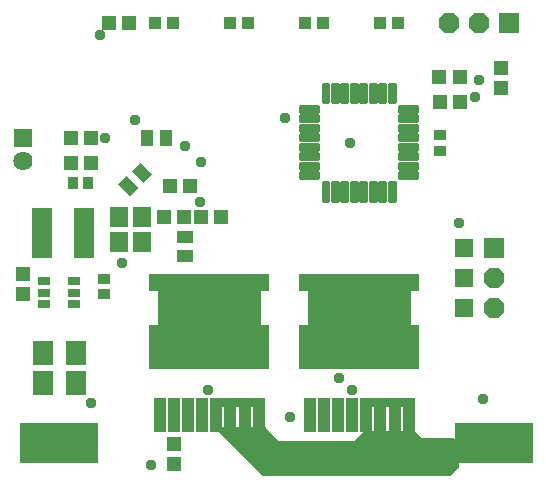
<source format=gbr>
G04 EAGLE Gerber RS-274X export*
G75*
%MOMM*%
%FSLAX34Y34*%
%LPD*%
%INSoldermask Top*%
%IPPOS*%
%AMOC8*
5,1,8,0,0,1.08239X$1,22.5*%
G01*
%ADD10R,6.654800X3.454400*%
%ADD11R,1.103200X0.903200*%
%ADD12R,1.803200X2.003200*%
%ADD13R,0.903200X1.103200*%
%ADD14R,1.503200X1.703200*%
%ADD15R,1.003200X1.403200*%
%ADD16R,1.727200X1.727200*%
%ADD17P,1.869504X8X202.500000*%
%ADD18R,1.625600X1.625600*%
%ADD19C,1.625600*%
%ADD20R,1.003200X1.003200*%
%ADD21R,1.203200X1.303200*%
%ADD22R,1.303200X1.203200*%
%ADD23R,1.503200X1.503200*%
%ADD24C,0.338938*%
%ADD25R,1.701800X4.191000*%
%ADD26R,1.099300X0.720400*%
%ADD27R,1.003200X3.003200*%
%ADD28R,0.330200X0.330200*%
%ADD29P,1.869504X8X292.500000*%
%ADD30R,1.403200X1.003200*%
%ADD31C,0.959600*%

G36*
X355302Y100675D02*
X355302Y100675D01*
X355304Y100674D01*
X355347Y100694D01*
X355391Y100712D01*
X355391Y100714D01*
X355393Y100715D01*
X355426Y100800D01*
X355426Y137800D01*
X355425Y137802D01*
X355426Y137804D01*
X355406Y137847D01*
X355388Y137891D01*
X355386Y137891D01*
X355385Y137893D01*
X355300Y137926D01*
X348426Y137926D01*
X348426Y166674D01*
X355346Y166674D01*
X355348Y166675D01*
X355350Y166674D01*
X355393Y166694D01*
X355437Y166712D01*
X355438Y166714D01*
X355440Y166715D01*
X355472Y166800D01*
X355426Y180800D01*
X355425Y180802D01*
X355426Y180804D01*
X355406Y180848D01*
X355388Y180891D01*
X355386Y180892D01*
X355385Y180893D01*
X355300Y180926D01*
X254300Y180926D01*
X254298Y180925D01*
X254296Y180926D01*
X254253Y180906D01*
X254209Y180888D01*
X254209Y180886D01*
X254207Y180885D01*
X254174Y180800D01*
X254174Y166800D01*
X254175Y166798D01*
X254174Y166796D01*
X254194Y166753D01*
X254212Y166709D01*
X254214Y166709D01*
X254215Y166707D01*
X254300Y166674D01*
X261174Y166674D01*
X261174Y137926D01*
X254300Y137926D01*
X254298Y137925D01*
X254296Y137926D01*
X254253Y137906D01*
X254209Y137888D01*
X254209Y137886D01*
X254207Y137885D01*
X254174Y137800D01*
X254174Y100800D01*
X254175Y100798D01*
X254174Y100796D01*
X254194Y100753D01*
X254212Y100709D01*
X254214Y100709D01*
X254215Y100707D01*
X254300Y100674D01*
X355300Y100674D01*
X355302Y100675D01*
G37*
G36*
X228302Y100675D02*
X228302Y100675D01*
X228304Y100674D01*
X228347Y100694D01*
X228391Y100712D01*
X228391Y100714D01*
X228393Y100715D01*
X228426Y100800D01*
X228426Y137800D01*
X228425Y137802D01*
X228426Y137804D01*
X228406Y137847D01*
X228388Y137891D01*
X228386Y137891D01*
X228385Y137893D01*
X228300Y137926D01*
X221426Y137926D01*
X221426Y166674D01*
X228346Y166674D01*
X228348Y166675D01*
X228350Y166674D01*
X228393Y166694D01*
X228437Y166712D01*
X228438Y166714D01*
X228440Y166715D01*
X228472Y166800D01*
X228426Y180800D01*
X228425Y180802D01*
X228426Y180804D01*
X228406Y180848D01*
X228388Y180891D01*
X228386Y180892D01*
X228385Y180893D01*
X228300Y180926D01*
X127300Y180926D01*
X127298Y180925D01*
X127296Y180926D01*
X127253Y180906D01*
X127209Y180888D01*
X127209Y180886D01*
X127207Y180885D01*
X127174Y180800D01*
X127174Y166800D01*
X127175Y166798D01*
X127174Y166796D01*
X127194Y166753D01*
X127212Y166709D01*
X127214Y166709D01*
X127215Y166707D01*
X127300Y166674D01*
X134174Y166674D01*
X134174Y137926D01*
X127300Y137926D01*
X127298Y137925D01*
X127296Y137926D01*
X127253Y137906D01*
X127209Y137888D01*
X127209Y137886D01*
X127207Y137885D01*
X127174Y137800D01*
X127174Y100800D01*
X127175Y100798D01*
X127174Y100796D01*
X127194Y100753D01*
X127212Y100709D01*
X127214Y100709D01*
X127215Y100707D01*
X127300Y100674D01*
X228300Y100674D01*
X228302Y100675D01*
G37*
G36*
X381164Y9475D02*
X381164Y9475D01*
X381328Y9482D01*
X381388Y9495D01*
X381449Y9501D01*
X381607Y9544D01*
X381768Y9580D01*
X381824Y9603D01*
X381883Y9619D01*
X382031Y9690D01*
X382183Y9753D01*
X382235Y9786D01*
X382290Y9813D01*
X382423Y9908D01*
X382561Y9998D01*
X382619Y10049D01*
X382656Y10075D01*
X382698Y10118D01*
X382796Y10204D01*
X388796Y16204D01*
X388901Y16331D01*
X389013Y16452D01*
X389045Y16503D01*
X389084Y16550D01*
X389166Y16693D01*
X389254Y16831D01*
X389278Y16888D01*
X389308Y16941D01*
X389363Y17096D01*
X389425Y17248D01*
X389438Y17308D01*
X389459Y17365D01*
X389485Y17527D01*
X389520Y17688D01*
X389525Y17765D01*
X389532Y17809D01*
X389531Y17870D01*
X389539Y18000D01*
X389539Y37000D01*
X389525Y37164D01*
X389518Y37328D01*
X389505Y37388D01*
X389499Y37449D01*
X389456Y37607D01*
X389420Y37768D01*
X389397Y37824D01*
X389381Y37883D01*
X389310Y38031D01*
X389247Y38183D01*
X389214Y38235D01*
X389187Y38290D01*
X389092Y38423D01*
X389002Y38561D01*
X388951Y38619D01*
X388925Y38656D01*
X388882Y38698D01*
X388796Y38796D01*
X386796Y40796D01*
X386669Y40901D01*
X386548Y41013D01*
X386497Y41045D01*
X386450Y41084D01*
X386307Y41166D01*
X386169Y41254D01*
X386112Y41278D01*
X386059Y41308D01*
X385904Y41363D01*
X385752Y41425D01*
X385692Y41438D01*
X385635Y41459D01*
X385473Y41485D01*
X385312Y41520D01*
X385235Y41525D01*
X385191Y41532D01*
X385130Y41531D01*
X385000Y41539D01*
X358052Y41539D01*
X352796Y46796D01*
X352669Y46901D01*
X352548Y47013D01*
X352497Y47045D01*
X352450Y47084D01*
X352307Y47166D01*
X352169Y47254D01*
X352112Y47278D01*
X352059Y47308D01*
X351904Y47363D01*
X351752Y47425D01*
X351692Y47438D01*
X351635Y47459D01*
X351473Y47485D01*
X351312Y47520D01*
X351235Y47525D01*
X351191Y47532D01*
X351130Y47531D01*
X351000Y47539D01*
X313052Y47539D01*
X312796Y47796D01*
X312769Y47818D01*
X312746Y47844D01*
X312597Y47961D01*
X312450Y48084D01*
X312420Y48102D01*
X312393Y48123D01*
X312225Y48213D01*
X312059Y48308D01*
X312027Y48319D01*
X311996Y48336D01*
X311815Y48395D01*
X311635Y48459D01*
X311601Y48464D01*
X311568Y48475D01*
X311379Y48501D01*
X311191Y48532D01*
X311156Y48532D01*
X311122Y48536D01*
X310931Y48529D01*
X310740Y48526D01*
X310706Y48519D01*
X310672Y48518D01*
X310486Y48477D01*
X310298Y48440D01*
X310266Y48428D01*
X310232Y48420D01*
X310056Y48347D01*
X309878Y48278D01*
X309849Y48260D01*
X309817Y48247D01*
X309657Y48143D01*
X309494Y48044D01*
X309468Y48021D01*
X309439Y48002D01*
X309204Y47796D01*
X300948Y39539D01*
X237052Y39539D01*
X225796Y50796D01*
X225669Y50901D01*
X225548Y51013D01*
X225497Y51045D01*
X225450Y51084D01*
X225307Y51166D01*
X225169Y51254D01*
X225112Y51278D01*
X225059Y51308D01*
X224904Y51363D01*
X224752Y51425D01*
X224692Y51438D01*
X224635Y51459D01*
X224473Y51485D01*
X224312Y51520D01*
X224235Y51525D01*
X224191Y51532D01*
X224130Y51531D01*
X224000Y51539D01*
X187000Y51539D01*
X186871Y51528D01*
X186740Y51526D01*
X186647Y51508D01*
X186552Y51499D01*
X186426Y51465D01*
X186298Y51440D01*
X186209Y51406D01*
X186117Y51381D01*
X186000Y51325D01*
X185878Y51278D01*
X185797Y51228D01*
X185711Y51187D01*
X185605Y51112D01*
X185494Y51044D01*
X185422Y50981D01*
X185344Y50925D01*
X185254Y50832D01*
X185156Y50746D01*
X185097Y50671D01*
X185030Y50603D01*
X184957Y50495D01*
X184877Y50393D01*
X184832Y50309D01*
X184778Y50230D01*
X184726Y50111D01*
X184664Y49996D01*
X184635Y49905D01*
X184596Y49818D01*
X184565Y49691D01*
X184525Y49568D01*
X184512Y49473D01*
X184489Y49380D01*
X184481Y49251D01*
X184464Y49122D01*
X184468Y49026D01*
X184462Y48931D01*
X184477Y48802D01*
X184482Y48672D01*
X184503Y48579D01*
X184514Y48484D01*
X184551Y48359D01*
X184580Y48232D01*
X184616Y48144D01*
X184644Y48053D01*
X184703Y47937D01*
X184753Y47817D01*
X184805Y47736D01*
X184848Y47651D01*
X184927Y47548D01*
X184998Y47439D01*
X185084Y47341D01*
X185120Y47293D01*
X185153Y47262D01*
X185204Y47204D01*
X222204Y10204D01*
X222331Y10099D01*
X222452Y9988D01*
X222503Y9955D01*
X222550Y9916D01*
X222693Y9834D01*
X222831Y9746D01*
X222888Y9722D01*
X222941Y9692D01*
X223096Y9637D01*
X223248Y9575D01*
X223308Y9562D01*
X223365Y9541D01*
X223527Y9515D01*
X223688Y9480D01*
X223765Y9475D01*
X223809Y9468D01*
X223870Y9469D01*
X224000Y9461D01*
X381000Y9461D01*
X381164Y9475D01*
G37*
G36*
X350802Y68509D02*
X350802Y68509D01*
X350804Y68508D01*
X350847Y68528D01*
X350891Y68546D01*
X350891Y68548D01*
X350893Y68549D01*
X350926Y68634D01*
X350926Y75800D01*
X350925Y75802D01*
X350926Y75804D01*
X350906Y75847D01*
X350888Y75891D01*
X350886Y75891D01*
X350885Y75893D01*
X350800Y75926D01*
X306800Y75926D01*
X306798Y75925D01*
X306796Y75926D01*
X306753Y75906D01*
X306709Y75888D01*
X306709Y75886D01*
X306707Y75885D01*
X306674Y75800D01*
X306674Y68634D01*
X306675Y68632D01*
X306674Y68630D01*
X306694Y68587D01*
X306712Y68543D01*
X306714Y68543D01*
X306715Y68541D01*
X306800Y68508D01*
X350800Y68508D01*
X350802Y68509D01*
G37*
G36*
X223802Y68509D02*
X223802Y68509D01*
X223804Y68508D01*
X223847Y68528D01*
X223891Y68546D01*
X223891Y68548D01*
X223893Y68549D01*
X223926Y68634D01*
X223926Y75800D01*
X223925Y75802D01*
X223926Y75804D01*
X223906Y75847D01*
X223888Y75891D01*
X223886Y75891D01*
X223885Y75893D01*
X223800Y75926D01*
X179800Y75926D01*
X179798Y75925D01*
X179796Y75926D01*
X179753Y75906D01*
X179709Y75888D01*
X179709Y75886D01*
X179707Y75885D01*
X179674Y75800D01*
X179674Y68634D01*
X179675Y68632D01*
X179674Y68630D01*
X179694Y68587D01*
X179712Y68543D01*
X179714Y68543D01*
X179715Y68541D01*
X179800Y68508D01*
X223800Y68508D01*
X223802Y68509D01*
G37*
D10*
X50800Y38100D03*
D11*
X88900Y163500D03*
X88900Y176500D03*
D12*
X64800Y88900D03*
X36800Y88900D03*
X64800Y114300D03*
X36800Y114300D03*
D13*
X75400Y257900D03*
X62400Y257900D03*
D14*
X101800Y208300D03*
X120800Y208300D03*
X101900Y229200D03*
X120900Y229200D03*
D11*
X372900Y298200D03*
X372900Y285200D03*
D15*
X125600Y296200D03*
X141600Y296200D03*
D16*
X431800Y393700D03*
D17*
X406400Y393700D03*
X381000Y393700D03*
D18*
X19900Y296200D03*
D19*
X19900Y276200D03*
D20*
X322700Y393700D03*
X337700Y393700D03*
X259200Y393700D03*
X274200Y393700D03*
X195700Y393700D03*
X210700Y393700D03*
X132200Y393700D03*
X147200Y393700D03*
D10*
X419100Y38100D03*
D21*
X171100Y229300D03*
X188100Y229300D03*
X78000Y295900D03*
X61000Y295900D03*
D22*
X20100Y181200D03*
X20100Y164200D03*
D21*
X139600Y229100D03*
X156600Y229100D03*
X77600Y274900D03*
X60600Y274900D03*
D22*
X425100Y355100D03*
X425100Y338100D03*
X148100Y36600D03*
X148100Y19600D03*
D21*
X389800Y348000D03*
X372800Y348000D03*
X144400Y255000D03*
X161400Y255000D03*
X93100Y393700D03*
X110100Y393700D03*
X390200Y326200D03*
X373200Y326200D03*
D23*
X393700Y203200D03*
X393700Y152400D03*
X393700Y177800D03*
D24*
X270322Y318028D02*
X255678Y318028D01*
X255678Y322172D01*
X270322Y322172D01*
X270322Y318028D01*
X270322Y321248D02*
X255678Y321248D01*
X255678Y310028D02*
X270322Y310028D01*
X255678Y310028D02*
X255678Y314172D01*
X270322Y314172D01*
X270322Y310028D01*
X270322Y313248D02*
X255678Y313248D01*
X255678Y302028D02*
X270322Y302028D01*
X255678Y302028D02*
X255678Y306172D01*
X270322Y306172D01*
X270322Y302028D01*
X270322Y305248D02*
X255678Y305248D01*
X255678Y294028D02*
X270322Y294028D01*
X255678Y294028D02*
X255678Y298172D01*
X270322Y298172D01*
X270322Y294028D01*
X270322Y297248D02*
X255678Y297248D01*
X255678Y286028D02*
X270322Y286028D01*
X255678Y286028D02*
X255678Y290172D01*
X270322Y290172D01*
X270322Y286028D01*
X270322Y289248D02*
X255678Y289248D01*
X255678Y278028D02*
X270322Y278028D01*
X255678Y278028D02*
X255678Y282172D01*
X270322Y282172D01*
X270322Y278028D01*
X270322Y281248D02*
X255678Y281248D01*
X255678Y270028D02*
X270322Y270028D01*
X255678Y270028D02*
X255678Y274172D01*
X270322Y274172D01*
X270322Y270028D01*
X270322Y273248D02*
X255678Y273248D01*
X255678Y262028D02*
X270322Y262028D01*
X255678Y262028D02*
X255678Y266172D01*
X270322Y266172D01*
X270322Y262028D01*
X270322Y265248D02*
X255678Y265248D01*
X339278Y262028D02*
X353922Y262028D01*
X339278Y262028D02*
X339278Y266172D01*
X353922Y266172D01*
X353922Y262028D01*
X353922Y265248D02*
X339278Y265248D01*
X339278Y270028D02*
X353922Y270028D01*
X339278Y270028D02*
X339278Y274172D01*
X353922Y274172D01*
X353922Y270028D01*
X353922Y273248D02*
X339278Y273248D01*
X339278Y278028D02*
X353922Y278028D01*
X339278Y278028D02*
X339278Y282172D01*
X353922Y282172D01*
X353922Y278028D01*
X353922Y281248D02*
X339278Y281248D01*
X339278Y286028D02*
X353922Y286028D01*
X339278Y286028D02*
X339278Y290172D01*
X353922Y290172D01*
X353922Y286028D01*
X353922Y289248D02*
X339278Y289248D01*
X339278Y294028D02*
X353922Y294028D01*
X339278Y294028D02*
X339278Y298172D01*
X353922Y298172D01*
X353922Y294028D01*
X353922Y297248D02*
X339278Y297248D01*
X339278Y302028D02*
X353922Y302028D01*
X339278Y302028D02*
X339278Y306172D01*
X353922Y306172D01*
X353922Y302028D01*
X353922Y305248D02*
X339278Y305248D01*
X339278Y310028D02*
X353922Y310028D01*
X339278Y310028D02*
X339278Y314172D01*
X353922Y314172D01*
X353922Y310028D01*
X353922Y313248D02*
X339278Y313248D01*
X339278Y318028D02*
X353922Y318028D01*
X339278Y318028D02*
X339278Y322172D01*
X353922Y322172D01*
X353922Y318028D01*
X353922Y321248D02*
X339278Y321248D01*
X330728Y326578D02*
X330728Y341222D01*
X334872Y341222D01*
X334872Y326578D01*
X330728Y326578D01*
X330728Y329798D02*
X334872Y329798D01*
X334872Y333018D02*
X330728Y333018D01*
X330728Y336238D02*
X334872Y336238D01*
X334872Y339458D02*
X330728Y339458D01*
X322728Y341222D02*
X322728Y326578D01*
X322728Y341222D02*
X326872Y341222D01*
X326872Y326578D01*
X322728Y326578D01*
X322728Y329798D02*
X326872Y329798D01*
X326872Y333018D02*
X322728Y333018D01*
X322728Y336238D02*
X326872Y336238D01*
X326872Y339458D02*
X322728Y339458D01*
X314728Y341222D02*
X314728Y326578D01*
X314728Y341222D02*
X318872Y341222D01*
X318872Y326578D01*
X314728Y326578D01*
X314728Y329798D02*
X318872Y329798D01*
X318872Y333018D02*
X314728Y333018D01*
X314728Y336238D02*
X318872Y336238D01*
X318872Y339458D02*
X314728Y339458D01*
X306728Y341222D02*
X306728Y326578D01*
X306728Y341222D02*
X310872Y341222D01*
X310872Y326578D01*
X306728Y326578D01*
X306728Y329798D02*
X310872Y329798D01*
X310872Y333018D02*
X306728Y333018D01*
X306728Y336238D02*
X310872Y336238D01*
X310872Y339458D02*
X306728Y339458D01*
X298728Y341222D02*
X298728Y326578D01*
X298728Y341222D02*
X302872Y341222D01*
X302872Y326578D01*
X298728Y326578D01*
X298728Y329798D02*
X302872Y329798D01*
X302872Y333018D02*
X298728Y333018D01*
X298728Y336238D02*
X302872Y336238D01*
X302872Y339458D02*
X298728Y339458D01*
X290728Y341222D02*
X290728Y326578D01*
X290728Y341222D02*
X294872Y341222D01*
X294872Y326578D01*
X290728Y326578D01*
X290728Y329798D02*
X294872Y329798D01*
X294872Y333018D02*
X290728Y333018D01*
X290728Y336238D02*
X294872Y336238D01*
X294872Y339458D02*
X290728Y339458D01*
X282728Y341222D02*
X282728Y326578D01*
X282728Y341222D02*
X286872Y341222D01*
X286872Y326578D01*
X282728Y326578D01*
X282728Y329798D02*
X286872Y329798D01*
X286872Y333018D02*
X282728Y333018D01*
X282728Y336238D02*
X286872Y336238D01*
X286872Y339458D02*
X282728Y339458D01*
X274728Y341222D02*
X274728Y326578D01*
X274728Y341222D02*
X278872Y341222D01*
X278872Y326578D01*
X274728Y326578D01*
X274728Y329798D02*
X278872Y329798D01*
X278872Y333018D02*
X274728Y333018D01*
X274728Y336238D02*
X278872Y336238D01*
X278872Y339458D02*
X274728Y339458D01*
X274728Y257622D02*
X274728Y242978D01*
X274728Y257622D02*
X278872Y257622D01*
X278872Y242978D01*
X274728Y242978D01*
X274728Y246198D02*
X278872Y246198D01*
X278872Y249418D02*
X274728Y249418D01*
X274728Y252638D02*
X278872Y252638D01*
X278872Y255858D02*
X274728Y255858D01*
X282728Y257622D02*
X282728Y242978D01*
X282728Y257622D02*
X286872Y257622D01*
X286872Y242978D01*
X282728Y242978D01*
X282728Y246198D02*
X286872Y246198D01*
X286872Y249418D02*
X282728Y249418D01*
X282728Y252638D02*
X286872Y252638D01*
X286872Y255858D02*
X282728Y255858D01*
X290728Y257622D02*
X290728Y242978D01*
X290728Y257622D02*
X294872Y257622D01*
X294872Y242978D01*
X290728Y242978D01*
X290728Y246198D02*
X294872Y246198D01*
X294872Y249418D02*
X290728Y249418D01*
X290728Y252638D02*
X294872Y252638D01*
X294872Y255858D02*
X290728Y255858D01*
X298728Y257622D02*
X298728Y242978D01*
X298728Y257622D02*
X302872Y257622D01*
X302872Y242978D01*
X298728Y242978D01*
X298728Y246198D02*
X302872Y246198D01*
X302872Y249418D02*
X298728Y249418D01*
X298728Y252638D02*
X302872Y252638D01*
X302872Y255858D02*
X298728Y255858D01*
X306728Y257622D02*
X306728Y242978D01*
X306728Y257622D02*
X310872Y257622D01*
X310872Y242978D01*
X306728Y242978D01*
X306728Y246198D02*
X310872Y246198D01*
X310872Y249418D02*
X306728Y249418D01*
X306728Y252638D02*
X310872Y252638D01*
X310872Y255858D02*
X306728Y255858D01*
X314728Y257622D02*
X314728Y242978D01*
X314728Y257622D02*
X318872Y257622D01*
X318872Y242978D01*
X314728Y242978D01*
X314728Y246198D02*
X318872Y246198D01*
X318872Y249418D02*
X314728Y249418D01*
X314728Y252638D02*
X318872Y252638D01*
X318872Y255858D02*
X314728Y255858D01*
X322728Y257622D02*
X322728Y242978D01*
X322728Y257622D02*
X326872Y257622D01*
X326872Y242978D01*
X322728Y242978D01*
X322728Y246198D02*
X326872Y246198D01*
X326872Y249418D02*
X322728Y249418D01*
X322728Y252638D02*
X326872Y252638D01*
X326872Y255858D02*
X322728Y255858D01*
X330728Y257622D02*
X330728Y242978D01*
X330728Y257622D02*
X334872Y257622D01*
X334872Y242978D01*
X330728Y242978D01*
X330728Y246198D02*
X334872Y246198D01*
X334872Y249418D02*
X330728Y249418D01*
X330728Y252638D02*
X334872Y252638D01*
X334872Y255858D02*
X330728Y255858D01*
D25*
X36200Y215400D03*
X72200Y215400D03*
D26*
X37811Y174600D03*
X37811Y165100D03*
X37811Y155600D03*
X63790Y155600D03*
X63790Y165100D03*
X63790Y174600D03*
D27*
X135800Y61800D03*
X147800Y61800D03*
X159800Y61800D03*
X171800Y61800D03*
X183800Y61800D03*
X195800Y61800D03*
X207800Y61800D03*
X219800Y61800D03*
D28*
X171958Y148844D03*
D27*
X262800Y61800D03*
X274800Y61800D03*
X286800Y61800D03*
X298800Y61800D03*
X310800Y61800D03*
X322800Y61800D03*
X334800Y61800D03*
X346800Y61800D03*
D28*
X298958Y148844D03*
D16*
X419100Y203200D03*
D29*
X419100Y177800D03*
X419100Y152400D03*
D15*
G36*
X112150Y268071D02*
X119243Y275164D01*
X129164Y265243D01*
X122071Y258150D01*
X112150Y268071D01*
G37*
G36*
X100836Y256757D02*
X107929Y263850D01*
X117850Y253929D01*
X110757Y246836D01*
X100836Y256757D01*
G37*
D30*
X157000Y212000D03*
X157000Y196000D03*
D31*
X115000Y311000D03*
X78200Y71200D03*
X129000Y19000D03*
X246000Y60000D03*
X85000Y383000D03*
X90000Y296000D03*
X297000Y292000D03*
X410000Y75000D03*
X104000Y190000D03*
X389000Y224000D03*
X171000Y276000D03*
X157000Y289000D03*
X170000Y242000D03*
X242000Y313000D03*
X299000Y83000D03*
X177000Y83000D03*
X406000Y345000D03*
X403000Y331000D03*
X288000Y93000D03*
M02*

</source>
